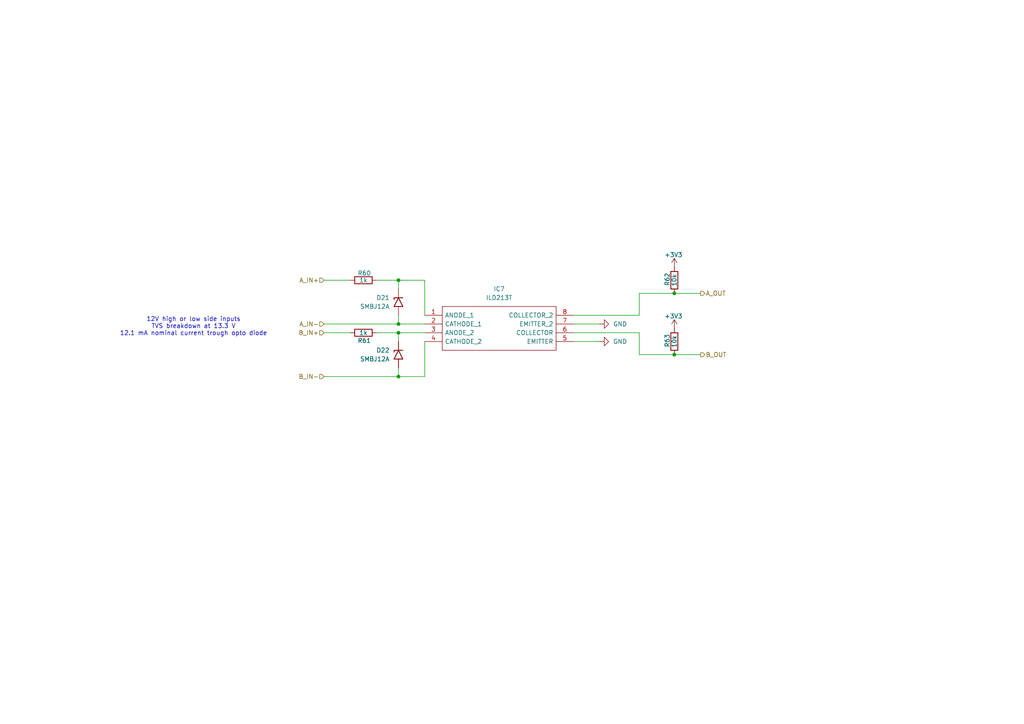
<source format=kicad_sch>
(kicad_sch (version 20231120) (generator "eeschema") (generator_version "8.0")
  (paper "A4")
  (lib_symbols
    (symbol "Device:R" (pin_numbers hide) (pin_names (offset 0))
      (property "Reference" "R" (at 2.032 0 90))
      (property "Value" "R" (at 0 0 90))
      (symbol "R_0_1"
        (rectangle (start -1.016 -2.54) (end 1.016 2.54) (stroke (width 0.254)))
      )
      (symbol "R_1_1"
        (pin passive line (at 0 3.81 270) (length 1.27) (name "~") (number "1"))
        (pin passive line (at 0 -3.81 90) (length 1.27) (name "~") (number "2"))
      )
    )
    (symbol "Diode:SM6T10A" (pin_numbers hide) (pin_names (offset 1.016) hide)
      (property "Reference" "D" (at 0 2.54 0))
      (property "Value" "SM6T10A" (at 0 -2.54 0))
      (symbol "SM6T10A_0_1"
        (polyline (pts (xy -0.762 1.27) (xy -1.27 1.27) (xy -1.27 -1.27)) (stroke (width 0.254)))
        (polyline (pts (xy 1.27 1.27) (xy 1.27 -1.27) (xy -1.27 0) (xy 1.27 1.27)) (stroke (width 0.254)))
      )
      (symbol "SM6T10A_1_1"
        (pin passive line (at -3.81 0 0) (length 2.54) (name "A1") (number "1"))
        (pin passive line (at 3.81 0 180) (length 2.54) (name "A2") (number "2"))
      )
    )
    (symbol "SamacSys_Parts:ILD213T" (pin_names (offset 0.762))
      (property "Reference" "IC" (at 39.37 7.62 0))
      (property "Value" "ILD213T" (at 39.37 5.08 0))
      (symbol "ILD213T_0_0"
        (pin passive line (at 0 0 0) (length 5.08) (name "ANODE_1") (number "1"))
        (pin passive line (at 0 -2.54 0) (length 5.08) (name "CATHODE_1") (number "2"))
        (pin passive line (at 0 -5.08 0) (length 5.08) (name "ANODE_2") (number "3"))
        (pin passive line (at 0 -7.62 0) (length 5.08) (name "CATHODE_2") (number "4"))
        (pin passive line (at 43.18 -7.62 180) (length 5.08) (name "EMITTER") (number "5"))
        (pin passive line (at 43.18 -5.08 180) (length 5.08) (name "COLLECTOR") (number "6"))
        (pin passive line (at 43.18 -2.54 180) (length 5.08) (name "EMITTER_2") (number "7"))
        (pin passive line (at 43.18 0 180) (length 5.08) (name "COLLECTOR_2") (number "8"))
      )
      (symbol "ILD213T_0_1"
        (polyline (pts (xy 5.08 2.54) (xy 38.1 2.54) (xy 38.1 -10.16) (xy 5.08 -10.16) (xy 5.08 2.54)) (stroke (width 0.1524)))
      )
    )
    (symbol "power:+3V3" (power) (pin_numbers hide) (pin_names (offset 0) hide)
      (property "Value" "+3V3" (at 0 3.556 0))
      (symbol "+3V3_0_1"
        (polyline (pts (xy -0.762 1.27) (xy 0 2.54)))
        (polyline (pts (xy 0 0) (xy 0 2.54)))
        (polyline (pts (xy 0 2.54) (xy 0.762 1.27)))
      )
      (symbol "+3V3_1_1"
        (pin power_in line (at 0 0 90) (length 0) (name "~") (number "1"))
      )
    )
    (symbol "power:GND" (power) (pin_numbers hide) (pin_names (offset 0) hide)
      (property "Value" "GND" (at 0 -3.81 0))
      (symbol "GND_0_1"
        (polyline (pts (xy 0 0) (xy 0 -1.27) (xy 1.27 -1.27) (xy 0 -2.54) (xy -1.27 -1.27) (xy 0 -1.27)))
      )
      (symbol "GND_1_1"
        (pin power_in line (at 0 0 270) (length 0) (name "~") (number "1"))
      )
    )
  )
  (junction (at 195.58 102.87))
  (junction (at 115.57 109.22))
  (junction (at 115.57 93.98))
  (junction (at 195.58 85.09))
  (junction (at 115.57 81.28))
  (junction (at 115.57 96.52))
  (wire (pts (xy 185.42 102.87) (xy 195.58 102.87)))
  (wire (pts (xy 123.19 99.06) (xy 123.19 109.22)))
  (wire (pts (xy 166.37 93.98) (xy 173.99 93.98)))
  (wire (pts (xy 115.57 91.44) (xy 115.57 93.98)))
  (wire (pts (xy 185.42 96.52) (xy 185.42 102.87)))
  (wire (pts (xy 115.57 106.68) (xy 115.57 109.22)))
  (wire (pts (xy 109.22 96.52) (xy 115.57 96.52)))
  (wire (pts (xy 185.42 85.09) (xy 195.58 85.09)))
  (wire (pts (xy 115.57 109.22) (xy 123.19 109.22)))
  (wire (pts (xy 123.19 81.28) (xy 115.57 81.28)))
  (wire (pts (xy 93.98 96.52) (xy 101.6 96.52)))
  (wire (pts (xy 166.37 91.44) (xy 185.42 91.44)))
  (wire (pts (xy 115.57 93.98) (xy 123.19 93.98)))
  (wire (pts (xy 93.98 109.22) (xy 115.57 109.22)))
  (wire (pts (xy 115.57 96.52) (xy 115.57 99.06)))
  (wire (pts (xy 123.19 91.44) (xy 123.19 81.28)))
  (wire (pts (xy 195.58 102.87) (xy 203.2 102.87)))
  (wire (pts (xy 93.98 93.98) (xy 115.57 93.98)))
  (wire (pts (xy 185.42 91.44) (xy 185.42 85.09)))
  (wire (pts (xy 115.57 81.28) (xy 115.57 83.82)))
  (wire (pts (xy 166.37 99.06) (xy 173.99 99.06)))
  (wire (pts (xy 93.98 81.28) (xy 101.6 81.28)))
  (wire (pts (xy 115.57 96.52) (xy 123.19 96.52)))
  (wire (pts (xy 166.37 96.52) (xy 185.42 96.52)))
  (wire (pts (xy 195.58 85.09) (xy 203.2 85.09)))
  (wire (pts (xy 115.57 81.28) (xy 109.22 81.28)))
  (text "12V high or low side inputs\nTVS breakdown at 13.3 V\n12.1 mA nominal current trough opto diode" (at 56.134 94.742 0) (effects (font (size 1.27 1.27))))
  (hierarchical_label "A_IN+" (shape input) (at 93.98 81.28 180))
  (hierarchical_label "B_OUT" (shape output) (at 203.2 102.87 0))
  (hierarchical_label "B_IN+" (shape input) (at 93.98 96.52 180))
  (hierarchical_label "B_IN-" (shape input) (at 93.98 109.22 180))
  (hierarchical_label "A_IN-" (shape input) (at 93.98 93.98 180))
  (hierarchical_label "A_OUT" (shape output) (at 203.2 85.09 0))
  (symbol (lib_id "Diode:SM6T10A") (at 115.57 87.63 90) (mirror x) (unit 1)
    (property "Reference" "D15" (at 113.03 86.3599 90) (effects (justify left)))
    (property "Value" "SMBJ12A" (at 113.03 88.8999 90) (effects (justify left)))
    (property "Footprint" "Diode_SMD:D_SMB" (effects (hide yes)))
    (property "Datasheet" "https://www.st.com/resource/en/datasheet/sm6t.pdf" (effects (hide yes)))
    (property "Description" "600W unidirectional Transil Transient Voltage Suppressor, 10Vrwm, DO-214AA" (effects (hide yes)))
    (instances (project "EIM" (path "" (reference "D21") (unit 1)) (path "" (reference "D15") (unit 1)) (path "" (reference "D23") (unit 1)) (path "" (reference "D17") (unit 1)) (path "" (reference "D19") (unit 1)) (path "" (reference "D25") (unit 1))))
  )
  (symbol (lib_id "Device:R") (at 105.41 96.52 90) (unit 1)
    (property "Reference" "R16" (at 105.664 98.806 90))
    (property "Value" "1k" (at 105.41 96.52 90))
    (property "Footprint" "Resistor_SMD:R_0805_2012Metric_Pad1.20x1.40mm_HandSolder" (effects (hide yes)))
    (property "Description" "Resistor" (effects (hide yes)))
    (instances (project "EIM" (path "" (reference "R61") (unit 1)) (path "" (reference "R49") (unit 1)) (path "" (reference "R65") (unit 1)) (path "" (reference "R53") (unit 1)) (path "" (reference "R57") (unit 1)) (path "" (reference "R16") (unit 1)) (path "" (reference "R69") (unit 1))))
  )
  (symbol (lib_id "SamacSys_Parts:ILD213T") (at 123.19 91.44 0) (unit 1)
    (property "Reference" "IC4" (at 144.78 83.82 0))
    (property "Value" "ILD213T" (at 144.78 86.36 0))
    (property "Footprint" "SamacSys_Parts:SOIC127P610X350-8N" (effects (hide yes)))
    (property "Datasheet" "https://datasheet.datasheetarchive.com/originals/distributors/Datasheets-DGA15/789331.pdf" (effects (hide yes)))
    (property "Description" "Optocoupler DC-IN 2-CH Trans DC-OUT" (effects (hide yes)))
    (property "Description_1" "Optocoupler DC-IN 2-CH Trans DC-OUT" (effects (hide yes)))
    (property "Height" "3.5" (effects (hide yes)))
    (property "Mouser Part Number" "782-ILD213T" (effects (hide yes)))
    (property "Mouser Price/Stock" "https://www.mouser.co.uk/ProductDetail/Vishay-Semiconductors/ILD213T?qs=xCMk%252BIHWTZN9Ko3amL73Sw%3D%3D" (effects (hide yes)))
    (property "Manufacturer_Name" "Vishay" (effects (hide yes)))
    (property "Manufacturer_Part_Number" "ILD213T" (effects (hide yes)))
    (instances (project "EIM" (path "" (reference "IC7") (unit 1)) (path "" (reference "IC4") (unit 1)) (path "" (reference "IC8") (unit 1)) (path "" (reference "IC5") (unit 1)) (path "" (reference "IC6") (unit 1)) (path "" (reference "IC9") (unit 1))))
  )
  (symbol (lib_id "Diode:SM6T10A") (at 115.57 102.87 90) (mirror x) (unit 1)
    (property "Reference" "D8" (at 113.03 101.5999 90) (effects (justify left)))
    (property "Value" "SMBJ12A" (at 113.03 104.1399 90) (effects (justify left)))
    (property "Footprint" "Diode_SMD:D_SMB" (effects (hide yes)))
    (property "Datasheet" "https://www.st.com/resource/en/datasheet/sm6t.pdf" (effects (hide yes)))
    (property "Description" "600W unidirectional Transil Transient Voltage Suppressor, 10Vrwm, DO-214AA" (effects (hide yes)))
    (instances (project "EIM" (path "" (reference "D22") (unit 1)) (path "" (reference "D16") (unit 1)) (path "" (reference "D24") (unit 1)) (path "" (reference "D18") (unit 1)) (path "" (reference "D20") (unit 1)) (path "" (reference "D8") (unit 1)) (path "" (reference "D26") (unit 1))))
  )
  (symbol (lib_id "Device:R") (at 195.58 81.28 180) (unit 1)
    (property "Reference" "R17" (at 193.548 81.026 90))
    (property "Value" "10k" (at 195.58 81.28 90))
    (property "Footprint" "Resistor_SMD:R_0805_2012Metric_Pad1.20x1.40mm_HandSolder" (effects (hide yes)))
    (property "Description" "Resistor" (effects (hide yes)))
    (instances (project "EIM" (path "" (reference "R62") (unit 1)) (path "" (reference "R50") (unit 1)) (path "" (reference "R66") (unit 1)) (path "" (reference "R54") (unit 1)) (path "" (reference "R58") (unit 1)) (path "" (reference "R17") (unit 1)) (path "" (reference "R70") (unit 1))))
  )
  (symbol (lib_id "Device:R") (at 195.58 99.06 180) (unit 1)
    (property "Reference" "R18" (at 193.548 98.806 90))
    (property "Value" "10k" (at 195.58 99.06 90))
    (property "Footprint" "Resistor_SMD:R_0805_2012Metric_Pad1.20x1.40mm_HandSolder" (effects (hide yes)))
    (property "Description" "Resistor" (effects (hide yes)))
    (instances (project "EIM" (path "" (reference "R63") (unit 1)) (path "" (reference "R51") (unit 1)) (path "" (reference "R67") (unit 1)) (path "" (reference "R55") (unit 1)) (path "" (reference "R59") (unit 1)) (path "" (reference "R18") (unit 1)) (path "" (reference "R71") (unit 1))))
  )
  (symbol (lib_id "power:GND") (at 173.99 99.06 90) (unit 1)
    (property "Reference" "#PWR059" (effects (hide yes)))
    (property "Value" "GND" (at 177.8 99.0599 90) (effects (justify right)))
    (property "Description" "Power symbol creates a global label with name \"GND\" , ground" (effects (hide yes)))
    (instances (project "EIM" (path "" (reference "#PWR0121") (unit 1)) (path "" (reference "#PWR0103") (unit 1)) (path "" (reference "#PWR0127") (unit 1)) (path "" (reference "#PWR0109") (unit 1)) (path "" (reference "#PWR0115") (unit 1)) (path "" (reference "#PWR059") (unit 1)) (path "" (reference "#PWR0133") (unit 1))))
  )
  (symbol (lib_id "Device:R") (at 105.41 81.28 90) (unit 1)
    (property "Reference" "R15" (at 105.664 79.248 90))
    (property "Value" "1k" (at 105.41 81.28 90))
    (property "Footprint" "Resistor_SMD:R_0805_2012Metric_Pad1.20x1.40mm_HandSolder" (effects (hide yes)))
    (property "Description" "Resistor" (effects (hide yes)))
    (instances (project "EIM" (path "" (reference "R60") (unit 1)) (path "" (reference "R48") (unit 1)) (path "" (reference "R64") (unit 1)) (path "" (reference "R52") (unit 1)) (path "" (reference "R56") (unit 1)) (path "" (reference "R15") (unit 1)) (path "" (reference "R68") (unit 1))))
  )
  (symbol (lib_id "power:+3V3") (at 195.58 95.25 0) (unit 1)
    (property "Reference" "#PWR061" (effects (hide yes)))
    (property "Value" "+3V3" (at 195.326 91.694 0))
    (property "Description" "Power symbol creates a global label with name \"+3V3\"" (effects (hide yes)))
    (instances (project "EIM" (path "" (reference "#PWR0123") (unit 1)) (path "" (reference "#PWR0105") (unit 1)) (path "" (reference "#PWR0129") (unit 1)) (path "" (reference "#PWR0111") (unit 1)) (path "" (reference "#PWR0117") (unit 1)) (path "" (reference "#PWR061") (unit 1)) (path "" (reference "#PWR0135") (unit 1))))
  )
  (symbol (lib_id "power:GND") (at 173.99 93.98 90) (unit 1)
    (property "Reference" "#PWR0102" (effects (hide yes)))
    (property "Value" "GND" (at 177.8 93.9799 90) (effects (justify right)))
    (property "Description" "Power symbol creates a global label with name \"GND\" , ground" (effects (hide yes)))
    (instances (project "EIM" (path "" (reference "#PWR0120") (unit 1)) (path "" (reference "#PWR0102") (unit 1)) (path "" (reference "#PWR0126") (unit 1)) (path "" (reference "#PWR0108") (unit 1)) (path "" (reference "#PWR0114") (unit 1)) (path "" (reference "#PWR0132") (unit 1))))
  )
  (symbol (lib_id "power:+3V3") (at 195.58 77.47 0) (unit 1)
    (property "Reference" "#PWR0104" (effects (hide yes)))
    (property "Value" "+3V3" (at 195.326 73.914 0))
    (property "Description" "Power symbol creates a global label with name \"+3V3\"" (effects (hide yes)))
    (instances (project "EIM" (path "" (reference "#PWR0122") (unit 1)) (path "" (reference "#PWR0104") (unit 1)) (path "" (reference "#PWR0128") (unit 1)) (path "" (reference "#PWR0110") (unit 1)) (path "" (reference "#PWR0116") (unit 1)) (path "" (reference "#PWR0134") (unit 1))))
  )
)
</source>
